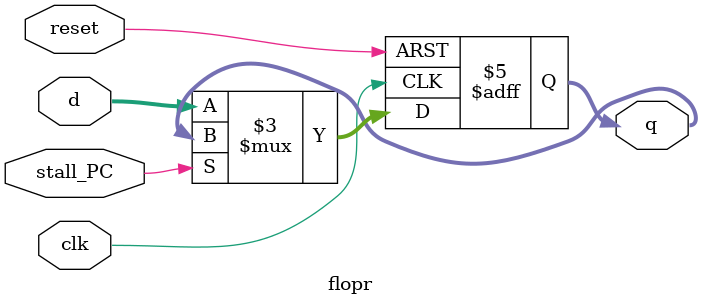
<source format=sv>
`timescale 1ns / 1ps


module flopr#
    (parameter WIDTH = 8)
    (input logic clk, reset, stall_PC,
     input logic [WIDTH-1:0] d,
     output logic [WIDTH-1:0] q);

always_ff @(posedge clk, posedge reset)
    if (reset) 
        q <= 0;
    else if (~stall_PC)
            q <= d;
    
endmodule

</source>
